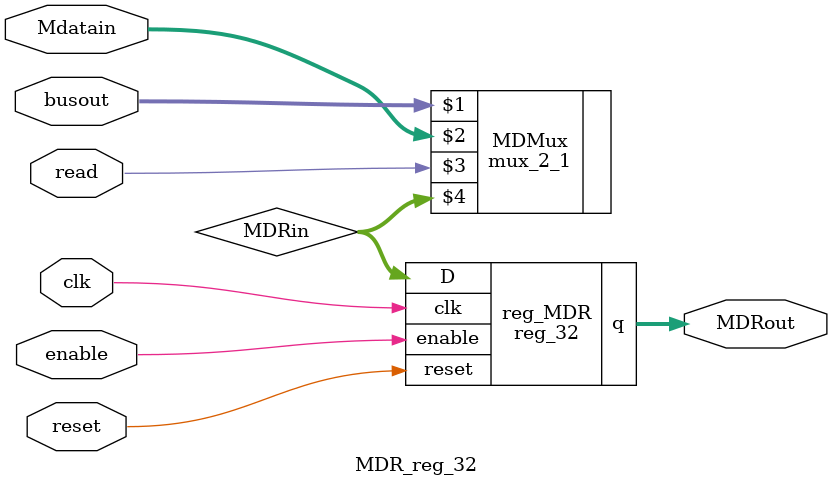
<source format=v>
module reg_32(input clk, reset, enable, input [31:0] D, output reg [31:0] q);
  initial q = 0;
  
  always @(negedge clk) begin
    if (reset) begin
      q[31:0] = 32'b0;
    end
    else if (enable) begin
      q[31:0] = D[31:0];
    end
  end
endmodule

module MDR_reg_32(
  input clk, reset, enable, read,
  input [31:0] busout, Mdatain,
  output [31:0] MDRout
);
  wire [31:0] MDRin;
  mux_2_1 MDMux (busout, Mdatain, read, MDRin);
  reg_32 reg_MDR (clk, reset, enable, MDRin, MDRout);
endmodule
</source>
